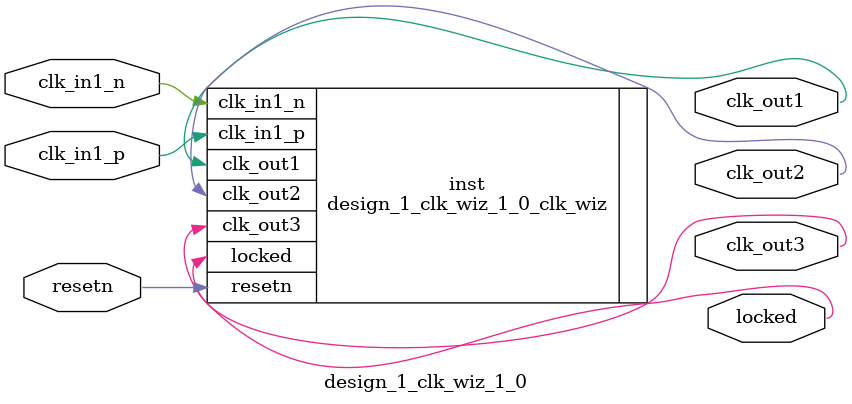
<source format=v>


`timescale 1ps/1ps

(* CORE_GENERATION_INFO = "design_1_clk_wiz_1_0,clk_wiz_v6_0_9_0_0,{component_name=design_1_clk_wiz_1_0,use_phase_alignment=false,use_min_o_jitter=false,use_max_i_jitter=false,use_dyn_phase_shift=false,use_inclk_switchover=false,use_dyn_reconfig=false,enable_axi=0,feedback_source=FDBK_AUTO,PRIMITIVE=MMCM,num_out_clk=3,clkin1_period=5.000,clkin2_period=10.0,use_power_down=false,use_reset=true,use_locked=true,use_inclk_stopped=false,feedback_type=SINGLE,CLOCK_MGR_TYPE=NA,manual_override=false}" *)

module design_1_clk_wiz_1_0 
 (
  // Clock out ports
  output        clk_out1,
  output        clk_out2,
  output        clk_out3,
  // Status and control signals
  input         resetn,
  output        locked,
 // Clock in ports
  input         clk_in1_p,
  input         clk_in1_n
 );

  design_1_clk_wiz_1_0_clk_wiz inst
  (
  // Clock out ports  
  .clk_out1(clk_out1),
  .clk_out2(clk_out2),
  .clk_out3(clk_out3),
  // Status and control signals               
  .resetn(resetn), 
  .locked(locked),
 // Clock in ports
  .clk_in1_p(clk_in1_p),
  .clk_in1_n(clk_in1_n)
  );

endmodule

</source>
